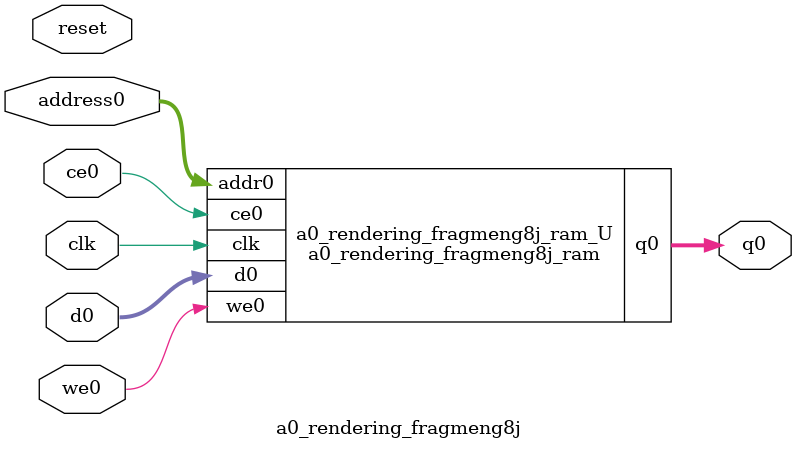
<source format=v>

`timescale 1 ns / 1 ps
module a0_rendering_fragmeng8j_ram (addr0, ce0, d0, we0, q0,  clk);

parameter DWIDTH = 8;
parameter AWIDTH = 9;
parameter MEM_SIZE = 500;

input[AWIDTH-1:0] addr0;
input ce0;
input[DWIDTH-1:0] d0;
input we0;
output reg[DWIDTH-1:0] q0;
input clk;

(* ram_style = "block" *)reg [DWIDTH-1:0] ram[0:MEM_SIZE-1];




always @(posedge clk)  
begin 
    if (ce0) 
    begin
        if (we0) 
        begin 
            ram[addr0] <= d0; 
            q0 <= d0;
        end 
        else 
            q0 <= ram[addr0];
    end
end


endmodule


`timescale 1 ns / 1 ps
module a0_rendering_fragmeng8j(
    reset,
    clk,
    address0,
    ce0,
    we0,
    d0,
    q0);

parameter DataWidth = 32'd8;
parameter AddressRange = 32'd500;
parameter AddressWidth = 32'd9;
input reset;
input clk;
input[AddressWidth - 1:0] address0;
input ce0;
input we0;
input[DataWidth - 1:0] d0;
output[DataWidth - 1:0] q0;



a0_rendering_fragmeng8j_ram a0_rendering_fragmeng8j_ram_U(
    .clk( clk ),
    .addr0( address0 ),
    .ce0( ce0 ),
    .we0( we0 ),
    .d0( d0 ),
    .q0( q0 ));

endmodule


</source>
